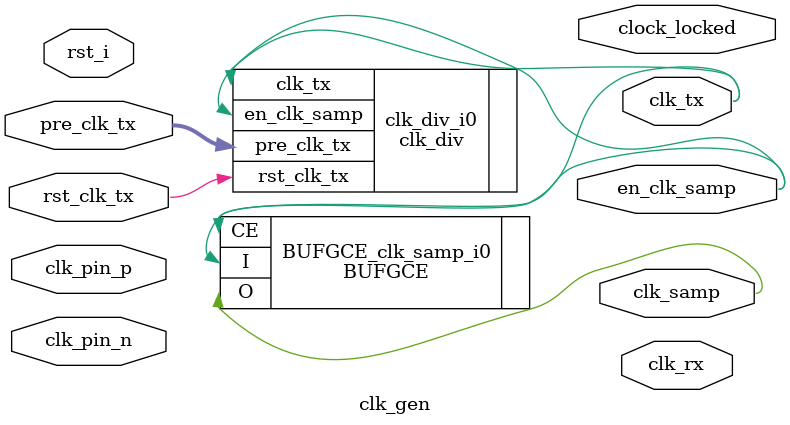
<source format=v>

`timescale 1ns/1ps


module clk_gen (
  input             clk_pin_p,       // Input clock pin - IBUFGDS is in core
  input             clk_pin_n,       //   - differential pair
  input             rst_i,           // Asynchronous input from IBUF

  input             rst_clk_tx,      // For clock divider
  
  input      [15:0] pre_clk_tx,      // Current divider

  output            clk_rx,          // Receive clock
  output            clk_tx,          // Transmit clock
  output            clk_samp,        // Sample clock

  output            en_clk_samp,     // Enable for clk_samp
  output            clock_locked     // Locked signal from MMCM
);

//***************************************************************************
// Function definitions
//***************************************************************************

//***************************************************************************
// Parameter definitions
//***************************************************************************

//***************************************************************************
// Reg declarations
//***************************************************************************

//***************************************************************************
// Wire declarations
//***************************************************************************
  
  
 
  
//***************************************************************************
// Code
//***************************************************************************

  // Instantiate the prescale divider

  clk_div clk_div_i0 (
    .clk_tx            (clk_tx),
    .rst_clk_tx        (rst_clk_tx),
    .pre_clk_tx        (pre_clk_tx),
    .en_clk_samp       (en_clk_samp)

  );

  // Instantiate clk_core - generated by the Clocking Wizard


  

  BUFGCE #(
      .CE_TYPE("SYNC"),      // SYNC, ASYNC
      .IS_CE_INVERTED(1'b0), // Programmable inversion on CE
      .IS_I_INVERTED(1'b0)   // Programmable inversion on I
  )
  BUFGCE_clk_samp_i0 (
      .O(clk_samp),   // 1-bit output: Buffer
      .CE(en_clk_samp), // 1-bit input: Buffer enable
      .I(clk_tx)    // 1-bit input: Buffer
  );


  
endmodule

//<copyright-disclaimer-start>
//  **************************************************************************************************************
//  * © 2023 Advanced Micro Devices, Inc. All rights reserved.                                                   *
//  * DISCLAIMER                                                                                                 *
//  * The information contained herein is for informational purposes only, and is subject to change              *
//  * without notice. While every precaution has been taken in the preparation of this document, it              *
//  * may contain technical inaccuracies, omissions and typographical errors, and AMD is under no                *
//  * obligation to update or otherwise correct this information.  Advanced Micro Devices, Inc. makes            *
//  * no representations or warranties with respect to the accuracy or completeness of the contents of           *
//  * this document, and assumes no liability of any kind, including the implied warranties of noninfringement,  *
//  * merchantability or fitness for particular purposes, with respect to the operation or use of AMD            *
//  * hardware, software or other products described herein.  No license, including implied or                   *
//  * arising by estoppel, to any intellectual property rights is granted by this document.  Terms and           *
//  * limitations applicable to the purchase or use of AMD’s products are as set forth in a signed agreement     *
//  * between the parties or in AMD's Standard Terms and Conditions of Sale. GD-18                               *
//  *                                                                                                            *
//  **************************************************************************************************************
//<copyright-disclaimer-end>

</source>
